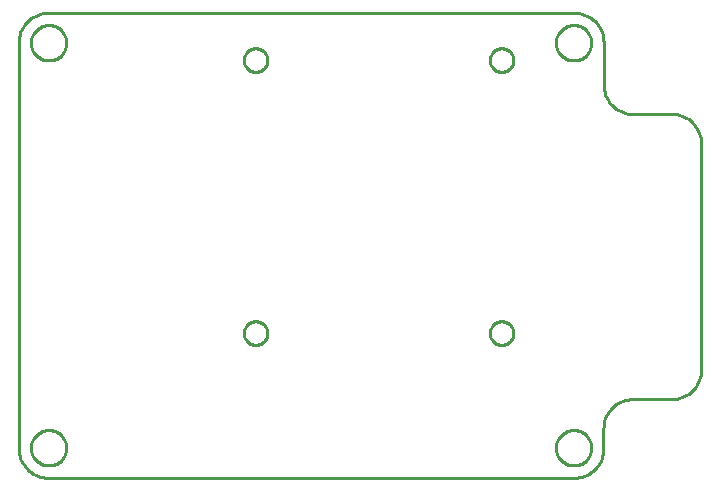
<source format=gbr>
G04 EAGLE Gerber RS-274X export*
G75*
%MOMM*%
%FSLAX34Y34*%
%LPD*%
%IN*%
%IPPOS*%
%AMOC8*
5,1,8,0,0,1.08239X$1,22.5*%
G01*
%ADD10C,0.254000*%


D10*
X0Y12192D02*
X95Y10023D01*
X378Y7870D01*
X848Y5749D01*
X1501Y3678D01*
X2332Y1672D01*
X3335Y-254D01*
X4502Y-2085D01*
X5824Y-3808D01*
X7291Y-5409D01*
X8892Y-6876D01*
X10615Y-8198D01*
X12446Y-9365D01*
X14372Y-10368D01*
X16378Y-11199D01*
X18449Y-11852D01*
X20570Y-12322D01*
X22722Y-12605D01*
X24892Y-12700D01*
X470283Y-12700D01*
X472452Y-12605D01*
X474605Y-12322D01*
X476726Y-11852D01*
X478797Y-11199D01*
X480803Y-10368D01*
X482729Y-9365D01*
X484560Y-8198D01*
X486283Y-6876D01*
X487884Y-5409D01*
X489351Y-3808D01*
X490673Y-2085D01*
X491840Y-254D01*
X492843Y1672D01*
X493674Y3678D01*
X494327Y5749D01*
X494797Y7870D01*
X495080Y10023D01*
X495175Y12192D01*
X495175Y28996D01*
X495270Y31165D01*
X495553Y33318D01*
X496023Y35438D01*
X496676Y37509D01*
X497507Y39515D01*
X498510Y41442D01*
X499677Y43273D01*
X500999Y44996D01*
X502466Y46597D01*
X504067Y48064D01*
X505790Y49386D01*
X507621Y50553D01*
X509547Y51555D01*
X511553Y52386D01*
X513624Y53039D01*
X515745Y53509D01*
X517898Y53793D01*
X520029Y53888D01*
X552996Y53937D01*
X555165Y54035D01*
X557317Y54321D01*
X559436Y54794D01*
X561506Y55450D01*
X563511Y56284D01*
X565435Y57289D01*
X567265Y58458D01*
X568986Y59782D01*
X570584Y61251D01*
X572049Y62854D01*
X573369Y64579D01*
X574533Y66411D01*
X575533Y68339D01*
X576361Y70346D01*
X577011Y72417D01*
X577478Y74538D01*
X577758Y76691D01*
X577850Y78829D01*
X577850Y270383D01*
X577755Y272552D01*
X577472Y274705D01*
X577002Y276826D01*
X576349Y278897D01*
X575518Y280903D01*
X574515Y282829D01*
X573348Y284660D01*
X572026Y286383D01*
X570559Y287984D01*
X568958Y289451D01*
X567235Y290773D01*
X565404Y291940D01*
X563478Y292943D01*
X561472Y293774D01*
X559401Y294427D01*
X557280Y294897D01*
X555127Y295180D01*
X552958Y295275D01*
X520156Y295275D01*
X517986Y295370D01*
X515833Y295653D01*
X513713Y296123D01*
X511642Y296776D01*
X509636Y297607D01*
X507710Y298610D01*
X505878Y299777D01*
X504155Y301099D01*
X502554Y302566D01*
X501087Y304167D01*
X499765Y305890D01*
X498599Y307721D01*
X497596Y309647D01*
X496765Y311653D01*
X496112Y313724D01*
X495642Y315845D01*
X495358Y317997D01*
X495264Y320128D01*
X495211Y356047D01*
X495113Y358217D01*
X494827Y360369D01*
X494353Y362488D01*
X493697Y364558D01*
X492863Y366563D01*
X491858Y368488D01*
X490688Y370317D01*
X489364Y372038D01*
X487894Y373637D01*
X486291Y375101D01*
X484566Y376420D01*
X482733Y377584D01*
X480806Y378584D01*
X478798Y379412D01*
X476726Y380062D01*
X474606Y380528D01*
X472452Y380809D01*
X470319Y380900D01*
X24892Y380900D01*
X22723Y380805D01*
X20570Y380522D01*
X18449Y380052D01*
X16378Y379399D01*
X14372Y378568D01*
X12446Y377565D01*
X10615Y376398D01*
X8892Y375076D01*
X7291Y373609D01*
X5824Y372008D01*
X4502Y370286D01*
X3335Y368454D01*
X2332Y366528D01*
X1501Y364522D01*
X848Y362451D01*
X378Y360330D01*
X95Y358178D01*
X0Y356008D01*
X0Y12192D01*
X40386Y355065D02*
X40310Y353997D01*
X40157Y352938D01*
X39930Y351892D01*
X39628Y350864D01*
X39254Y349861D01*
X38809Y348888D01*
X38296Y347948D01*
X37718Y347048D01*
X37076Y346191D01*
X36375Y345382D01*
X35618Y344625D01*
X34809Y343924D01*
X33952Y343282D01*
X33052Y342704D01*
X32112Y342191D01*
X31139Y341746D01*
X30136Y341372D01*
X29109Y341070D01*
X28063Y340843D01*
X27003Y340690D01*
X25935Y340614D01*
X24865Y340614D01*
X23797Y340690D01*
X22738Y340843D01*
X21692Y341070D01*
X20664Y341372D01*
X19661Y341746D01*
X18688Y342191D01*
X17748Y342704D01*
X16848Y343282D01*
X15991Y343924D01*
X15182Y344625D01*
X14425Y345382D01*
X13724Y346191D01*
X13082Y347048D01*
X12504Y347948D01*
X11991Y348888D01*
X11546Y349861D01*
X11172Y350864D01*
X10870Y351892D01*
X10643Y352938D01*
X10490Y353997D01*
X10414Y355065D01*
X10414Y356135D01*
X10490Y357203D01*
X10643Y358263D01*
X10870Y359309D01*
X11172Y360336D01*
X11546Y361339D01*
X11991Y362312D01*
X12504Y363252D01*
X13082Y364152D01*
X13724Y365009D01*
X14425Y365818D01*
X15182Y366575D01*
X15991Y367276D01*
X16848Y367918D01*
X17748Y368496D01*
X18688Y369009D01*
X19661Y369454D01*
X20664Y369828D01*
X21692Y370130D01*
X22738Y370357D01*
X23797Y370510D01*
X24865Y370586D01*
X25935Y370586D01*
X27003Y370510D01*
X28063Y370357D01*
X29109Y370130D01*
X30136Y369828D01*
X31139Y369454D01*
X32112Y369009D01*
X33052Y368496D01*
X33952Y367918D01*
X34809Y367276D01*
X35618Y366575D01*
X36375Y365818D01*
X37076Y365009D01*
X37718Y364152D01*
X38296Y363252D01*
X38809Y362312D01*
X39254Y361339D01*
X39628Y360336D01*
X39930Y359309D01*
X40157Y358263D01*
X40310Y357203D01*
X40386Y356135D01*
X40386Y355065D01*
X40386Y12165D02*
X40310Y11097D01*
X40157Y10038D01*
X39930Y8992D01*
X39628Y7964D01*
X39254Y6961D01*
X38809Y5988D01*
X38296Y5048D01*
X37718Y4148D01*
X37076Y3291D01*
X36375Y2482D01*
X35618Y1725D01*
X34809Y1024D01*
X33952Y382D01*
X33052Y-196D01*
X32112Y-709D01*
X31139Y-1154D01*
X30136Y-1528D01*
X29109Y-1830D01*
X28063Y-2057D01*
X27003Y-2210D01*
X25935Y-2286D01*
X24865Y-2286D01*
X23797Y-2210D01*
X22738Y-2057D01*
X21692Y-1830D01*
X20664Y-1528D01*
X19661Y-1154D01*
X18688Y-709D01*
X17748Y-196D01*
X16848Y382D01*
X15991Y1024D01*
X15182Y1725D01*
X14425Y2482D01*
X13724Y3291D01*
X13082Y4148D01*
X12504Y5048D01*
X11991Y5988D01*
X11546Y6961D01*
X11172Y7964D01*
X10870Y8992D01*
X10643Y10038D01*
X10490Y11097D01*
X10414Y12165D01*
X10414Y13235D01*
X10490Y14303D01*
X10643Y15363D01*
X10870Y16409D01*
X11172Y17436D01*
X11546Y18439D01*
X11991Y19412D01*
X12504Y20352D01*
X13082Y21252D01*
X13724Y22109D01*
X14425Y22918D01*
X15182Y23675D01*
X15991Y24376D01*
X16848Y25018D01*
X17748Y25596D01*
X18688Y26109D01*
X19661Y26554D01*
X20664Y26928D01*
X21692Y27230D01*
X22738Y27457D01*
X23797Y27610D01*
X24865Y27686D01*
X25935Y27686D01*
X27003Y27610D01*
X28063Y27457D01*
X29109Y27230D01*
X30136Y26928D01*
X31139Y26554D01*
X32112Y26109D01*
X33052Y25596D01*
X33952Y25018D01*
X34809Y24376D01*
X35618Y23675D01*
X36375Y22918D01*
X37076Y22109D01*
X37718Y21252D01*
X38296Y20352D01*
X38809Y19412D01*
X39254Y18439D01*
X39628Y17436D01*
X39930Y16409D01*
X40157Y15363D01*
X40310Y14303D01*
X40386Y13235D01*
X40386Y12165D01*
X484886Y12165D02*
X484810Y11097D01*
X484657Y10038D01*
X484430Y8992D01*
X484128Y7964D01*
X483754Y6961D01*
X483309Y5988D01*
X482796Y5048D01*
X482218Y4148D01*
X481576Y3291D01*
X480875Y2482D01*
X480118Y1725D01*
X479309Y1024D01*
X478452Y382D01*
X477552Y-196D01*
X476612Y-709D01*
X475639Y-1154D01*
X474636Y-1528D01*
X473609Y-1830D01*
X472563Y-2057D01*
X471503Y-2210D01*
X470435Y-2286D01*
X469365Y-2286D01*
X468297Y-2210D01*
X467238Y-2057D01*
X466192Y-1830D01*
X465164Y-1528D01*
X464161Y-1154D01*
X463188Y-709D01*
X462248Y-196D01*
X461348Y382D01*
X460491Y1024D01*
X459682Y1725D01*
X458925Y2482D01*
X458224Y3291D01*
X457582Y4148D01*
X457004Y5048D01*
X456491Y5988D01*
X456046Y6961D01*
X455672Y7964D01*
X455370Y8992D01*
X455143Y10038D01*
X454990Y11097D01*
X454914Y12165D01*
X454914Y13235D01*
X454990Y14303D01*
X455143Y15363D01*
X455370Y16409D01*
X455672Y17436D01*
X456046Y18439D01*
X456491Y19412D01*
X457004Y20352D01*
X457582Y21252D01*
X458224Y22109D01*
X458925Y22918D01*
X459682Y23675D01*
X460491Y24376D01*
X461348Y25018D01*
X462248Y25596D01*
X463188Y26109D01*
X464161Y26554D01*
X465164Y26928D01*
X466192Y27230D01*
X467238Y27457D01*
X468297Y27610D01*
X469365Y27686D01*
X470435Y27686D01*
X471503Y27610D01*
X472563Y27457D01*
X473609Y27230D01*
X474636Y26928D01*
X475639Y26554D01*
X476612Y26109D01*
X477552Y25596D01*
X478452Y25018D01*
X479309Y24376D01*
X480118Y23675D01*
X480875Y22918D01*
X481576Y22109D01*
X482218Y21252D01*
X482796Y20352D01*
X483309Y19412D01*
X483754Y18439D01*
X484128Y17436D01*
X484430Y16409D01*
X484657Y15363D01*
X484810Y14303D01*
X484886Y13235D01*
X484886Y12165D01*
X484886Y355065D02*
X484810Y353997D01*
X484657Y352938D01*
X484430Y351892D01*
X484128Y350864D01*
X483754Y349861D01*
X483309Y348888D01*
X482796Y347948D01*
X482218Y347048D01*
X481576Y346191D01*
X480875Y345382D01*
X480118Y344625D01*
X479309Y343924D01*
X478452Y343282D01*
X477552Y342704D01*
X476612Y342191D01*
X475639Y341746D01*
X474636Y341372D01*
X473609Y341070D01*
X472563Y340843D01*
X471503Y340690D01*
X470435Y340614D01*
X469365Y340614D01*
X468297Y340690D01*
X467238Y340843D01*
X466192Y341070D01*
X465164Y341372D01*
X464161Y341746D01*
X463188Y342191D01*
X462248Y342704D01*
X461348Y343282D01*
X460491Y343924D01*
X459682Y344625D01*
X458925Y345382D01*
X458224Y346191D01*
X457582Y347048D01*
X457004Y347948D01*
X456491Y348888D01*
X456046Y349861D01*
X455672Y350864D01*
X455370Y351892D01*
X455143Y352938D01*
X454990Y353997D01*
X454914Y355065D01*
X454914Y356135D01*
X454990Y357203D01*
X455143Y358263D01*
X455370Y359309D01*
X455672Y360336D01*
X456046Y361339D01*
X456491Y362312D01*
X457004Y363252D01*
X457582Y364152D01*
X458224Y365009D01*
X458925Y365818D01*
X459682Y366575D01*
X460491Y367276D01*
X461348Y367918D01*
X462248Y368496D01*
X463188Y369009D01*
X464161Y369454D01*
X465164Y369828D01*
X466192Y370130D01*
X467238Y370357D01*
X468297Y370510D01*
X469365Y370586D01*
X470435Y370586D01*
X471503Y370510D01*
X472563Y370357D01*
X473609Y370130D01*
X474636Y369828D01*
X475639Y369454D01*
X476612Y369009D01*
X477552Y368496D01*
X478452Y367918D01*
X479309Y367276D01*
X480118Y366575D01*
X480875Y365818D01*
X481576Y365009D01*
X482218Y364152D01*
X482796Y363252D01*
X483309Y362312D01*
X483754Y361339D01*
X484128Y360336D01*
X484430Y359309D01*
X484657Y358263D01*
X484810Y357203D01*
X484886Y356135D01*
X484886Y355065D01*
X210660Y340558D02*
X210584Y339689D01*
X210432Y338829D01*
X210206Y337985D01*
X209908Y337165D01*
X209539Y336373D01*
X209102Y335617D01*
X208601Y334902D01*
X208040Y334233D01*
X207422Y333615D01*
X206753Y333054D01*
X206038Y332553D01*
X205282Y332116D01*
X204490Y331747D01*
X203670Y331449D01*
X202826Y331223D01*
X201967Y331071D01*
X201097Y330995D01*
X200223Y330995D01*
X199354Y331071D01*
X198494Y331223D01*
X197650Y331449D01*
X196830Y331747D01*
X196038Y332116D01*
X195282Y332553D01*
X194567Y333054D01*
X193898Y333615D01*
X193280Y334233D01*
X192719Y334902D01*
X192218Y335617D01*
X191781Y336373D01*
X191412Y337165D01*
X191114Y337985D01*
X190888Y338829D01*
X190736Y339689D01*
X190660Y340558D01*
X190660Y341432D01*
X190736Y342302D01*
X190888Y343161D01*
X191114Y344005D01*
X191412Y344825D01*
X191781Y345617D01*
X192218Y346373D01*
X192719Y347088D01*
X193280Y347757D01*
X193898Y348375D01*
X194567Y348936D01*
X195282Y349437D01*
X196038Y349874D01*
X196830Y350243D01*
X197650Y350541D01*
X198494Y350767D01*
X199354Y350919D01*
X200223Y350995D01*
X201097Y350995D01*
X201967Y350919D01*
X202826Y350767D01*
X203670Y350541D01*
X204490Y350243D01*
X205282Y349874D01*
X206038Y349437D01*
X206753Y348936D01*
X207422Y348375D01*
X208040Y347757D01*
X208601Y347088D01*
X209102Y346373D01*
X209539Y345617D01*
X209908Y344825D01*
X210206Y344005D01*
X210432Y343161D01*
X210584Y342302D01*
X210660Y341432D01*
X210660Y340558D01*
X418940Y340558D02*
X418864Y339689D01*
X418712Y338829D01*
X418486Y337985D01*
X418188Y337165D01*
X417819Y336373D01*
X417382Y335617D01*
X416881Y334902D01*
X416320Y334233D01*
X415702Y333615D01*
X415033Y333054D01*
X414318Y332553D01*
X413562Y332116D01*
X412770Y331747D01*
X411950Y331449D01*
X411106Y331223D01*
X410247Y331071D01*
X409377Y330995D01*
X408503Y330995D01*
X407634Y331071D01*
X406774Y331223D01*
X405930Y331449D01*
X405110Y331747D01*
X404318Y332116D01*
X403562Y332553D01*
X402847Y333054D01*
X402178Y333615D01*
X401560Y334233D01*
X400999Y334902D01*
X400498Y335617D01*
X400061Y336373D01*
X399692Y337165D01*
X399394Y337985D01*
X399168Y338829D01*
X399016Y339689D01*
X398940Y340558D01*
X398940Y341432D01*
X399016Y342302D01*
X399168Y343161D01*
X399394Y344005D01*
X399692Y344825D01*
X400061Y345617D01*
X400498Y346373D01*
X400999Y347088D01*
X401560Y347757D01*
X402178Y348375D01*
X402847Y348936D01*
X403562Y349437D01*
X404318Y349874D01*
X405110Y350243D01*
X405930Y350541D01*
X406774Y350767D01*
X407634Y350919D01*
X408503Y350995D01*
X409377Y350995D01*
X410247Y350919D01*
X411106Y350767D01*
X411950Y350541D01*
X412770Y350243D01*
X413562Y349874D01*
X414318Y349437D01*
X415033Y348936D01*
X415702Y348375D01*
X416320Y347757D01*
X416881Y347088D01*
X417382Y346373D01*
X417819Y345617D01*
X418188Y344825D01*
X418486Y344005D01*
X418712Y343161D01*
X418864Y342302D01*
X418940Y341432D01*
X418940Y340558D01*
X418940Y109418D02*
X418864Y108549D01*
X418712Y107689D01*
X418486Y106845D01*
X418188Y106025D01*
X417819Y105233D01*
X417382Y104477D01*
X416881Y103762D01*
X416320Y103093D01*
X415702Y102475D01*
X415033Y101914D01*
X414318Y101413D01*
X413562Y100976D01*
X412770Y100607D01*
X411950Y100309D01*
X411106Y100083D01*
X410247Y99931D01*
X409377Y99855D01*
X408503Y99855D01*
X407634Y99931D01*
X406774Y100083D01*
X405930Y100309D01*
X405110Y100607D01*
X404318Y100976D01*
X403562Y101413D01*
X402847Y101914D01*
X402178Y102475D01*
X401560Y103093D01*
X400999Y103762D01*
X400498Y104477D01*
X400061Y105233D01*
X399692Y106025D01*
X399394Y106845D01*
X399168Y107689D01*
X399016Y108549D01*
X398940Y109418D01*
X398940Y110292D01*
X399016Y111162D01*
X399168Y112021D01*
X399394Y112865D01*
X399692Y113685D01*
X400061Y114477D01*
X400498Y115233D01*
X400999Y115948D01*
X401560Y116617D01*
X402178Y117235D01*
X402847Y117796D01*
X403562Y118297D01*
X404318Y118734D01*
X405110Y119103D01*
X405930Y119401D01*
X406774Y119627D01*
X407634Y119779D01*
X408503Y119855D01*
X409377Y119855D01*
X410247Y119779D01*
X411106Y119627D01*
X411950Y119401D01*
X412770Y119103D01*
X413562Y118734D01*
X414318Y118297D01*
X415033Y117796D01*
X415702Y117235D01*
X416320Y116617D01*
X416881Y115948D01*
X417382Y115233D01*
X417819Y114477D01*
X418188Y113685D01*
X418486Y112865D01*
X418712Y112021D01*
X418864Y111162D01*
X418940Y110292D01*
X418940Y109418D01*
X210660Y109418D02*
X210584Y108549D01*
X210432Y107689D01*
X210206Y106845D01*
X209908Y106025D01*
X209539Y105233D01*
X209102Y104477D01*
X208601Y103762D01*
X208040Y103093D01*
X207422Y102475D01*
X206753Y101914D01*
X206038Y101413D01*
X205282Y100976D01*
X204490Y100607D01*
X203670Y100309D01*
X202826Y100083D01*
X201967Y99931D01*
X201097Y99855D01*
X200223Y99855D01*
X199354Y99931D01*
X198494Y100083D01*
X197650Y100309D01*
X196830Y100607D01*
X196038Y100976D01*
X195282Y101413D01*
X194567Y101914D01*
X193898Y102475D01*
X193280Y103093D01*
X192719Y103762D01*
X192218Y104477D01*
X191781Y105233D01*
X191412Y106025D01*
X191114Y106845D01*
X190888Y107689D01*
X190736Y108549D01*
X190660Y109418D01*
X190660Y110292D01*
X190736Y111162D01*
X190888Y112021D01*
X191114Y112865D01*
X191412Y113685D01*
X191781Y114477D01*
X192218Y115233D01*
X192719Y115948D01*
X193280Y116617D01*
X193898Y117235D01*
X194567Y117796D01*
X195282Y118297D01*
X196038Y118734D01*
X196830Y119103D01*
X197650Y119401D01*
X198494Y119627D01*
X199354Y119779D01*
X200223Y119855D01*
X201097Y119855D01*
X201967Y119779D01*
X202826Y119627D01*
X203670Y119401D01*
X204490Y119103D01*
X205282Y118734D01*
X206038Y118297D01*
X206753Y117796D01*
X207422Y117235D01*
X208040Y116617D01*
X208601Y115948D01*
X209102Y115233D01*
X209539Y114477D01*
X209908Y113685D01*
X210206Y112865D01*
X210432Y112021D01*
X210584Y111162D01*
X210660Y110292D01*
X210660Y109418D01*
M02*

</source>
